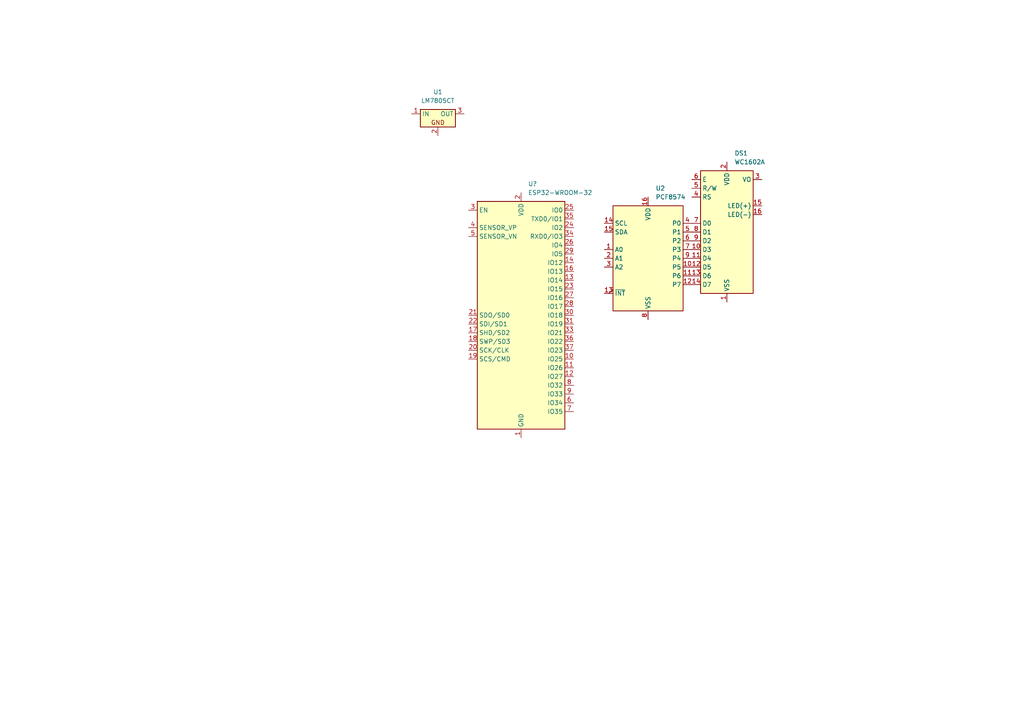
<source format=kicad_sch>
(kicad_sch (version 20231120) (generator "eeschema") (generator_version "8.0")
  (paper "A4")
  (lib_symbols
    (symbol "Display_Character:WC1602A"
      (property "Reference" "DS" (at -5.842 19.05 0))
      (property "Value" "WC1602A" (at 5.334 19.05 0))
      (symbol "WC1602A_1_1"
        (rectangle (start -7.62 17.78) (end 7.62 -17.78) (stroke (width 0.254)) (fill (type background)))
        (pin power_in line (at 0 -20.32 90) (length 2.54) (name "VSS") (number "1"))
        (pin input line (at -10.16 -5.08 0) (length 2.54) (name "D3") (number "10"))
        (pin input line (at -10.16 -7.62 0) (length 2.54) (name "D4") (number "11"))
        (pin input line (at -10.16 -10.16 0) (length 2.54) (name "D5") (number "12"))
        (pin input line (at -10.16 -12.7 0) (length 2.54) (name "D6") (number "13"))
        (pin input line (at -10.16 -15.24 0) (length 2.54) (name "D7") (number "14"))
        (pin power_in line (at 10.16 7.62 180) (length 2.54) (name "LED(+)") (number "15"))
        (pin power_in line (at 10.16 5.08 180) (length 2.54) (name "LED(-)") (number "16"))
        (pin power_in line (at 0 20.32 270) (length 2.54) (name "VDD") (number "2"))
        (pin input line (at 10.16 15.24 180) (length 2.54) (name "VO") (number "3"))
        (pin input line (at -10.16 10.16 0) (length 2.54) (name "RS") (number "4"))
        (pin input line (at -10.16 12.7 0) (length 2.54) (name "R/W") (number "5"))
        (pin input line (at -10.16 15.24 0) (length 2.54) (name "E") (number "6"))
        (pin input line (at -10.16 2.54 0) (length 2.54) (name "D0") (number "7"))
        (pin input line (at -10.16 0 0) (length 2.54) (name "D1") (number "8"))
        (pin input line (at -10.16 -2.54 0) (length 2.54) (name "D2") (number "9"))
      )
    )
    (symbol "Interface_Expansion:PCF8574"
      (property "Reference" "U" (at -8.89 16.51 0))
      (property "Value" "PCF8574" (at 2.54 16.51 0))
      (symbol "PCF8574_0_1"
        (rectangle (start -10.16 15.24) (end 10.16 -15.24) (stroke (width 0.254)) (fill (type background)))
      )
      (symbol "PCF8574_1_1"
        (pin input line (at -12.7 2.54 0) (length 2.54) (name "A0") (number "1"))
        (pin bidirectional line (at 12.7 -2.54 180) (length 2.54) (name "P5") (number "10"))
        (pin bidirectional line (at 12.7 -5.08 180) (length 2.54) (name "P6") (number "11"))
        (pin bidirectional line (at 12.7 -7.62 180) (length 2.54) (name "P7") (number "12"))
        (pin open_collector output_low (at -12.7 -10.16 0) (length 2.54) (name "~{INT}") (number "13"))
        (pin input line (at -12.7 10.16 0) (length 2.54) (name "SCL") (number "14"))
        (pin bidirectional line (at -12.7 7.62 0) (length 2.54) (name "SDA") (number "15"))
        (pin power_in line (at 0 17.78 270) (length 2.54) (name "VDD") (number "16"))
        (pin input line (at -12.7 0 0) (length 2.54) (name "A1") (number "2"))
        (pin input line (at -12.7 -2.54 0) (length 2.54) (name "A2") (number "3"))
        (pin bidirectional line (at 12.7 10.16 180) (length 2.54) (name "P0") (number "4"))
        (pin bidirectional line (at 12.7 7.62 180) (length 2.54) (name "P1") (number "5"))
        (pin bidirectional line (at 12.7 5.08 180) (length 2.54) (name "P2") (number "6"))
        (pin bidirectional line (at 12.7 2.54 180) (length 2.54) (name "P3") (number "7"))
        (pin power_in line (at 0 -17.78 90) (length 2.54) (name "VSS") (number "8"))
        (pin bidirectional line (at 12.7 0 180) (length 2.54) (name "P4") (number "9"))
      )
    )
    (symbol "PCM_Voltage_Regulator_AKL:LM7805CT"
      (property "Reference" "U" (at 0 6.35 0))
      (property "Value" "LM7805CT" (at 0 3.81 0))
      (symbol "LM7805CT_0_0"
        (rectangle (start -5.08 1.27) (end 5.08 -3.81) (stroke (width 0.254)) (fill (type background)))
        (text "GND" (at 0 -2.54 0) (effects (font (size 1.27 1.27))))
      )
      (symbol "LM7805CT_1_1"
        (pin power_in line (at -7.62 0 0) (length 2.54) (name "IN") (number "1"))
        (pin power_in line (at 0 -6.35 90) (length 2.54) (name "~") (number "2"))
        (pin power_out line (at 7.62 0 180) (length 2.54) (name "OUT") (number "3"))
      )
    )
    (symbol "RF_Module:ESP32-WROOM-32"
      (property "Reference" "U" (at -12.7 34.29 0))
      (property "Value" "ESP32-WROOM-32" (at 1.27 34.29 0))
      (symbol "ESP32-WROOM-32_0_1"
        (rectangle (start -12.7 33.02) (end 12.7 -33.02) (stroke (width 0.254)) (fill (type background)))
      )
      (symbol "ESP32-WROOM-32_1_1"
        (pin power_in line (at 0 -35.56 90) (length 2.54) (name "GND") (number "1"))
        (pin bidirectional line (at 15.24 -12.7 180) (length 2.54) (name "IO25") (number "10"))
        (pin bidirectional line (at 15.24 -15.24 180) (length 2.54) (name "IO26") (number "11"))
        (pin bidirectional line (at 15.24 -17.78 180) (length 2.54) (name "IO27") (number "12"))
        (pin bidirectional line (at 15.24 10.16 180) (length 2.54) (name "IO14") (number "13"))
        (pin bidirectional line (at 15.24 15.24 180) (length 2.54) (name "IO12") (number "14"))
        (pin passive line (at 0 -35.56 90) (length 2.54) hide (name "GND") (number "15"))
        (pin bidirectional line (at 15.24 12.7 180) (length 2.54) (name "IO13") (number "16"))
        (pin bidirectional line (at -15.24 -5.08 0) (length 2.54) (name "SHD/SD2") (number "17"))
        (pin bidirectional line (at -15.24 -7.62 0) (length 2.54) (name "SWP/SD3") (number "18"))
        (pin bidirectional line (at -15.24 -12.7 0) (length 2.54) (name "SCS/CMD") (number "19"))
        (pin power_in line (at 0 35.56 270) (length 2.54) (name "VDD") (number "2"))
        (pin bidirectional line (at -15.24 -10.16 0) (length 2.54) (name "SCK/CLK") (number "20"))
        (pin bidirectional line (at -15.24 0 0) (length 2.54) (name "SDO/SD0") (number "21"))
        (pin bidirectional line (at -15.24 -2.54 0) (length 2.54) (name "SDI/SD1") (number "22"))
        (pin bidirectional line (at 15.24 7.62 180) (length 2.54) (name "IO15") (number "23"))
        (pin bidirectional line (at 15.24 25.4 180) (length 2.54) (name "IO2") (number "24"))
        (pin bidirectional line (at 15.24 30.48 180) (length 2.54) (name "IO0") (number "25"))
        (pin bidirectional line (at 15.24 20.32 180) (length 2.54) (name "IO4") (number "26"))
        (pin bidirectional line (at 15.24 5.08 180) (length 2.54) (name "IO16") (number "27"))
        (pin bidirectional line (at 15.24 2.54 180) (length 2.54) (name "IO17") (number "28"))
        (pin bidirectional line (at 15.24 17.78 180) (length 2.54) (name "IO5") (number "29"))
        (pin input line (at -15.24 30.48 0) (length 2.54) (name "EN") (number "3"))
        (pin bidirectional line (at 15.24 0 180) (length 2.54) (name "IO18") (number "30"))
        (pin bidirectional line (at 15.24 -2.54 180) (length 2.54) (name "IO19") (number "31"))
        (pin no_connect line (at -12.7 -27.94 0) (length 2.54) hide (name "NC") (number "32"))
        (pin bidirectional line (at 15.24 -5.08 180) (length 2.54) (name "IO21") (number "33"))
        (pin bidirectional line (at 15.24 22.86 180) (length 2.54) (name "RXD0/IO3") (number "34"))
        (pin bidirectional line (at 15.24 27.94 180) (length 2.54) (name "TXD0/IO1") (number "35"))
        (pin bidirectional line (at 15.24 -7.62 180) (length 2.54) (name "IO22") (number "36"))
        (pin bidirectional line (at 15.24 -10.16 180) (length 2.54) (name "IO23") (number "37"))
        (pin passive line (at 0 -35.56 90) (length 2.54) hide (name "GND") (number "38"))
        (pin passive line (at 0 -35.56 90) (length 2.54) hide (name "GND") (number "39"))
        (pin input line (at -15.24 25.4 0) (length 2.54) (name "SENSOR_VP") (number "4"))
        (pin input line (at -15.24 22.86 0) (length 2.54) (name "SENSOR_VN") (number "5"))
        (pin input line (at 15.24 -25.4 180) (length 2.54) (name "IO34") (number "6"))
        (pin input line (at 15.24 -27.94 180) (length 2.54) (name "IO35") (number "7"))
        (pin bidirectional line (at 15.24 -20.32 180) (length 2.54) (name "IO32") (number "8"))
        (pin bidirectional line (at 15.24 -22.86 180) (length 2.54) (name "IO33") (number "9"))
      )
    )
  )
  (symbol (lib_id "RF_Module:ESP32-WROOM-32") (at 151.13 91.44 0) (unit 1)
    (property "Reference" "U?" (at 153.1494 53.34 0) (effects (justify left)))
    (property "Value" "ESP32-WROOM-32" (at 153.1494 55.88 0) (effects (justify left)))
    (property "Footprint" "RF_Module:ESP32-WROOM-32" (effects (hide yes)))
    (property "Datasheet" "https://www.espressif.com/sites/default/files/documentation/esp32-wroom-32_datasheet_en.pdf" (effects (hide yes)))
  )
  (symbol (lib_id "PCM_Voltage_Regulator_AKL:LM7805CT") (at 127 33.02 0) (unit 1)
    (property "Reference" "U1" (at 127 26.67 0))
    (property "Value" "LM7805CT" (at 127 29.21 0))
    (property "Footprint" "PCM_Package_TO_SOT_THT_AKL:TO-220-3_Vertical" (effects (hide yes)))
    (property "Datasheet" "https://datasheet.octopart.com/LM7805CT-Fairchild-datasheet-5337151.pdf" (effects (hide yes)))
    (property "Description" "TO-220 5V 1A 3-terminal voltage regulator, Alternate KiCad Library" (effects (hide yes)))
  )
  (symbol (lib_id "Display_Character:WC1602A") (at 210.82 67.31 0) (unit 1)
    (property "Reference" "DS1" (at 213.0141 44.45 0) (effects (justify left)))
    (property "Value" "WC1602A" (at 213.0141 46.99 0) (effects (justify left)))
    (property "Footprint" "Display:WC1602A" (effects (hide yes)))
    (property "Datasheet" "http://www.wincomlcd.com/pdf/WC1602A-SFYLYHTC06.pdf" (effects (hide yes)))
    (property "Description" "LCD 16x2 Alphanumeric , 8 bit parallel bus, 5V VDD" (effects (hide yes)))
  )
  (symbol (lib_id "Interface_Expansion:PCF8574") (at 187.96 74.93 0) (unit 1)
    (property "Reference" "U2" (at 190.1541 54.61 0) (effects (justify left)))
    (property "Value" "PCF8574" (at 190.1541 57.15 0) (effects (justify left)))
    (property "Datasheet" "http://www.nxp.com/docs/en/data-sheet/PCF8574_PCF8574A.pdf" (effects (hide yes)))
    (property "Description" "8 Bit Port/Expander to I2C Bus, DIP/SOIC-16" (effects (hide yes)))
  )
)
</source>
